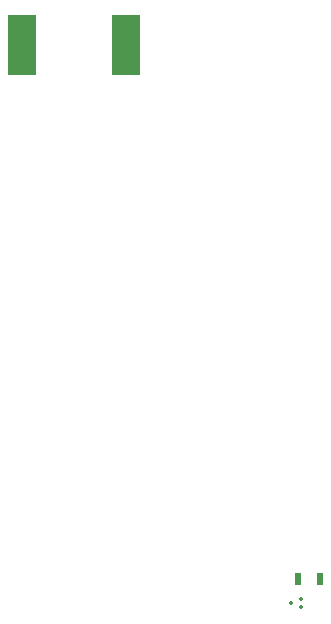
<source format=gbp>
G04*
G04 #@! TF.GenerationSoftware,Altium Limited,Altium Designer,24.9.1 (31)*
G04*
G04 Layer_Color=128*
%FSLAX44Y44*%
%MOMM*%
G71*
G04*
G04 #@! TF.SameCoordinates,A601D634-93CA-4805-8520-E3EE879C7AED*
G04*
G04*
G04 #@! TF.FilePolarity,Positive*
G04*
G01*
G75*
%ADD48R,2.4130X5.0800*%
%ADD67R,0.6000X1.0500*%
G04:AMPARAMS|DCode=229|XSize=0.3mm|YSize=0.3mm|CornerRadius=0.0495mm|HoleSize=0mm|Usage=FLASHONLY|Rotation=270.000|XOffset=0mm|YOffset=0mm|HoleType=Round|Shape=RoundedRectangle|*
%AMROUNDEDRECTD229*
21,1,0.3000,0.2010,0,0,270.0*
21,1,0.2010,0.3000,0,0,270.0*
1,1,0.0990,-0.1005,-0.1005*
1,1,0.0990,-0.1005,0.1005*
1,1,0.0990,0.1005,0.1005*
1,1,0.0990,0.1005,-0.1005*
%
%ADD229ROUNDEDRECTD229*%
D48*
X1207135Y971550D02*
D03*
X1294765D02*
D03*
D67*
X1440500Y519430D02*
D03*
X1459500D02*
D03*
D229*
X1443160Y502610D02*
D03*
X1434660Y499110D02*
D03*
X1443160Y495610D02*
D03*
M02*

</source>
